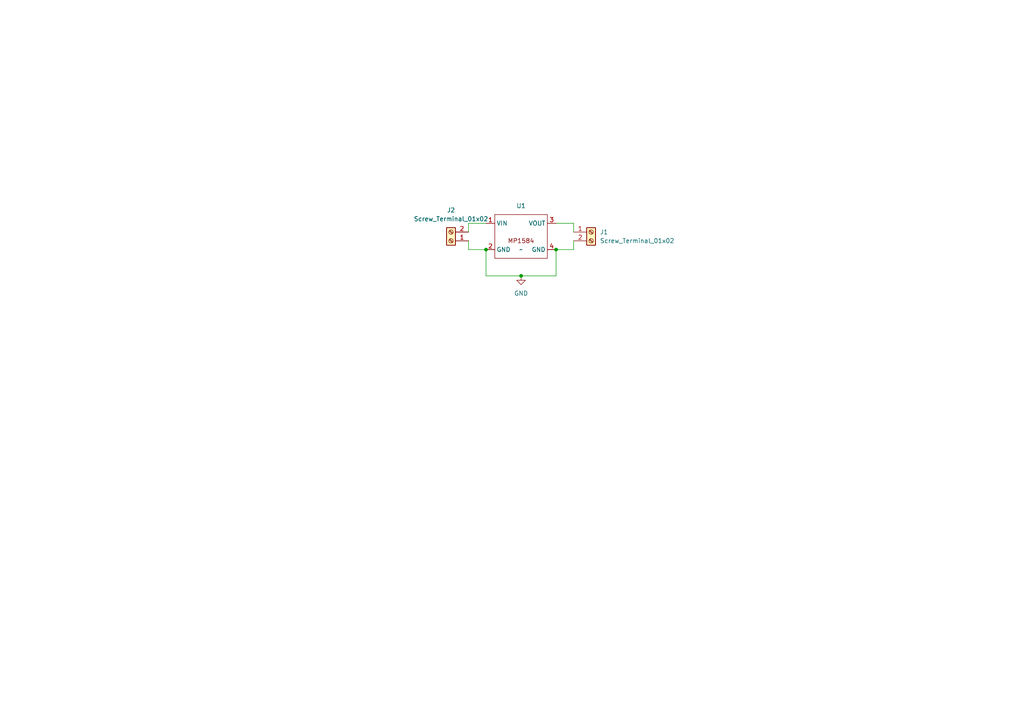
<source format=kicad_sch>
(kicad_sch
	(version 20231120)
	(generator "eeschema")
	(generator_version "8.0")
	(uuid "b5e6715c-cabe-486b-85b1-1c7f48633a7c")
	(paper "A4")
	(lib_symbols
		(symbol "Connector:Screw_Terminal_01x02"
			(pin_names
				(offset 1.016) hide)
			(exclude_from_sim no)
			(in_bom yes)
			(on_board yes)
			(property "Reference" "J"
				(at 0 2.54 0)
				(effects
					(font
						(size 1.27 1.27)
					)
				)
			)
			(property "Value" "Screw_Terminal_01x02"
				(at 0 -5.08 0)
				(effects
					(font
						(size 1.27 1.27)
					)
				)
			)
			(property "Footprint" ""
				(at 0 0 0)
				(effects
					(font
						(size 1.27 1.27)
					)
					(hide yes)
				)
			)
			(property "Datasheet" "~"
				(at 0 0 0)
				(effects
					(font
						(size 1.27 1.27)
					)
					(hide yes)
				)
			)
			(property "Description" "Generic screw terminal, single row, 01x02, script generated (kicad-library-utils/schlib/autogen/connector/)"
				(at 0 0 0)
				(effects
					(font
						(size 1.27 1.27)
					)
					(hide yes)
				)
			)
			(property "ki_keywords" "screw terminal"
				(at 0 0 0)
				(effects
					(font
						(size 1.27 1.27)
					)
					(hide yes)
				)
			)
			(property "ki_fp_filters" "TerminalBlock*:*"
				(at 0 0 0)
				(effects
					(font
						(size 1.27 1.27)
					)
					(hide yes)
				)
			)
			(symbol "Screw_Terminal_01x02_1_1"
				(rectangle
					(start -1.27 1.27)
					(end 1.27 -3.81)
					(stroke
						(width 0.254)
						(type default)
					)
					(fill
						(type background)
					)
				)
				(circle
					(center 0 -2.54)
					(radius 0.635)
					(stroke
						(width 0.1524)
						(type default)
					)
					(fill
						(type none)
					)
				)
				(polyline
					(pts
						(xy -0.5334 -2.2098) (xy 0.3302 -3.048)
					)
					(stroke
						(width 0.1524)
						(type default)
					)
					(fill
						(type none)
					)
				)
				(polyline
					(pts
						(xy -0.5334 0.3302) (xy 0.3302 -0.508)
					)
					(stroke
						(width 0.1524)
						(type default)
					)
					(fill
						(type none)
					)
				)
				(polyline
					(pts
						(xy -0.3556 -2.032) (xy 0.508 -2.8702)
					)
					(stroke
						(width 0.1524)
						(type default)
					)
					(fill
						(type none)
					)
				)
				(polyline
					(pts
						(xy -0.3556 0.508) (xy 0.508 -0.3302)
					)
					(stroke
						(width 0.1524)
						(type default)
					)
					(fill
						(type none)
					)
				)
				(circle
					(center 0 0)
					(radius 0.635)
					(stroke
						(width 0.1524)
						(type default)
					)
					(fill
						(type none)
					)
				)
				(pin passive line
					(at -5.08 0 0)
					(length 3.81)
					(name "Pin_1"
						(effects
							(font
								(size 1.27 1.27)
							)
						)
					)
					(number "1"
						(effects
							(font
								(size 1.27 1.27)
							)
						)
					)
				)
				(pin passive line
					(at -5.08 -2.54 0)
					(length 3.81)
					(name "Pin_2"
						(effects
							(font
								(size 1.27 1.27)
							)
						)
					)
					(number "2"
						(effects
							(font
								(size 1.27 1.27)
							)
						)
					)
				)
			)
		)
		(symbol "Raspberry Pico RP2040-Zero:MP1584"
			(exclude_from_sim no)
			(in_bom yes)
			(on_board yes)
			(property "Reference" "U"
				(at 0 5.08 0)
				(effects
					(font
						(size 1.27 1.27)
					)
				)
			)
			(property "Value" ""
				(at 0 0 0)
				(effects
					(font
						(size 1.27 1.27)
					)
				)
			)
			(property "Footprint" ""
				(at 0 0 0)
				(effects
					(font
						(size 1.27 1.27)
					)
					(hide yes)
				)
			)
			(property "Datasheet" ""
				(at 0 0 0)
				(effects
					(font
						(size 1.27 1.27)
					)
					(hide yes)
				)
			)
			(property "Description" ""
				(at 0 0 0)
				(effects
					(font
						(size 1.27 1.27)
					)
					(hide yes)
				)
			)
			(symbol "MP1584_0_1"
				(rectangle
					(start -7.62 10.16)
					(end 7.62 -2.54)
					(stroke
						(width 0)
						(type default)
					)
					(fill
						(type none)
					)
				)
			)
			(symbol "MP1584_1_1"
				(text "MP1584\n"
					(at 0 2.54 0)
					(effects
						(font
							(size 1.27 1.27)
						)
					)
				)
				(pin input line
					(at -10.16 7.62 0)
					(length 2.54)
					(name "VIN"
						(effects
							(font
								(size 1.27 1.27)
							)
						)
					)
					(number "1"
						(effects
							(font
								(size 1.27 1.27)
							)
						)
					)
				)
				(pin input line
					(at -10.16 0 0)
					(length 2.54)
					(name "GND"
						(effects
							(font
								(size 1.27 1.27)
							)
						)
					)
					(number "2"
						(effects
							(font
								(size 1.27 1.27)
							)
						)
					)
				)
				(pin output line
					(at 10.16 7.62 180)
					(length 2.54)
					(name "VOUT"
						(effects
							(font
								(size 1.27 1.27)
							)
						)
					)
					(number "3"
						(effects
							(font
								(size 1.27 1.27)
							)
						)
					)
				)
				(pin output line
					(at 10.16 0 180)
					(length 2.54)
					(name "GND"
						(effects
							(font
								(size 1.27 1.27)
							)
						)
					)
					(number "4"
						(effects
							(font
								(size 1.27 1.27)
							)
						)
					)
				)
			)
		)
		(symbol "power:GND"
			(power)
			(pin_numbers hide)
			(pin_names
				(offset 0) hide)
			(exclude_from_sim no)
			(in_bom yes)
			(on_board yes)
			(property "Reference" "#PWR"
				(at 0 -6.35 0)
				(effects
					(font
						(size 1.27 1.27)
					)
					(hide yes)
				)
			)
			(property "Value" "GND"
				(at 0 -3.81 0)
				(effects
					(font
						(size 1.27 1.27)
					)
				)
			)
			(property "Footprint" ""
				(at 0 0 0)
				(effects
					(font
						(size 1.27 1.27)
					)
					(hide yes)
				)
			)
			(property "Datasheet" ""
				(at 0 0 0)
				(effects
					(font
						(size 1.27 1.27)
					)
					(hide yes)
				)
			)
			(property "Description" "Power symbol creates a global label with name \"GND\" , ground"
				(at 0 0 0)
				(effects
					(font
						(size 1.27 1.27)
					)
					(hide yes)
				)
			)
			(property "ki_keywords" "global power"
				(at 0 0 0)
				(effects
					(font
						(size 1.27 1.27)
					)
					(hide yes)
				)
			)
			(symbol "GND_0_1"
				(polyline
					(pts
						(xy 0 0) (xy 0 -1.27) (xy 1.27 -1.27) (xy 0 -2.54) (xy -1.27 -1.27) (xy 0 -1.27)
					)
					(stroke
						(width 0)
						(type default)
					)
					(fill
						(type none)
					)
				)
			)
			(symbol "GND_1_1"
				(pin power_in line
					(at 0 0 270)
					(length 0)
					(name "~"
						(effects
							(font
								(size 1.27 1.27)
							)
						)
					)
					(number "1"
						(effects
							(font
								(size 1.27 1.27)
							)
						)
					)
				)
			)
		)
	)
	(junction
		(at 140.97 72.39)
		(diameter 0)
		(color 0 0 0 0)
		(uuid "20affd56-3f9a-4eca-b0fa-ef1b2a6ebee7")
	)
	(junction
		(at 161.29 72.39)
		(diameter 0)
		(color 0 0 0 0)
		(uuid "60403c5e-14e4-491f-8ac6-5b4d9aa87137")
	)
	(junction
		(at 151.13 80.01)
		(diameter 0)
		(color 0 0 0 0)
		(uuid "ba3da3c1-1dc0-455b-b253-2fef0adf4628")
	)
	(wire
		(pts
			(xy 166.37 72.39) (xy 166.37 69.85)
		)
		(stroke
			(width 0)
			(type default)
		)
		(uuid "05e93f01-ab91-42c8-952d-0ac28bbf0227")
	)
	(wire
		(pts
			(xy 135.89 67.31) (xy 135.89 64.77)
		)
		(stroke
			(width 0)
			(type default)
		)
		(uuid "0fbcb542-cd7a-4a7f-b5b5-cefffa8a0a53")
	)
	(wire
		(pts
			(xy 151.13 80.01) (xy 161.29 80.01)
		)
		(stroke
			(width 0)
			(type default)
		)
		(uuid "28c48be8-6050-4892-ba10-8308c01305d9")
	)
	(wire
		(pts
			(xy 135.89 64.77) (xy 140.97 64.77)
		)
		(stroke
			(width 0)
			(type default)
		)
		(uuid "41f9b1b2-6235-4c03-bdb9-58ffbff2ee4b")
	)
	(wire
		(pts
			(xy 166.37 64.77) (xy 166.37 67.31)
		)
		(stroke
			(width 0)
			(type default)
		)
		(uuid "6583f1b4-43aa-452c-a5d8-2c8b4b2cd632")
	)
	(wire
		(pts
			(xy 135.89 69.85) (xy 135.89 72.39)
		)
		(stroke
			(width 0)
			(type default)
		)
		(uuid "71978150-a3f3-432d-b26e-4b53f99a45a6")
	)
	(wire
		(pts
			(xy 161.29 80.01) (xy 161.29 72.39)
		)
		(stroke
			(width 0)
			(type default)
		)
		(uuid "84c789ee-369b-4dcb-b5c1-2809671f7d12")
	)
	(wire
		(pts
			(xy 135.89 72.39) (xy 140.97 72.39)
		)
		(stroke
			(width 0)
			(type default)
		)
		(uuid "8a1fb98c-16b8-4ff4-b277-0c956fad905d")
	)
	(wire
		(pts
			(xy 161.29 72.39) (xy 166.37 72.39)
		)
		(stroke
			(width 0)
			(type default)
		)
		(uuid "bc10f151-190c-4f5c-8132-6348ef6581ae")
	)
	(wire
		(pts
			(xy 140.97 80.01) (xy 151.13 80.01)
		)
		(stroke
			(width 0)
			(type default)
		)
		(uuid "d2e1b3ff-fbb5-4eed-9dad-d3e4f4177cbb")
	)
	(wire
		(pts
			(xy 140.97 80.01) (xy 140.97 72.39)
		)
		(stroke
			(width 0)
			(type default)
		)
		(uuid "d47b8508-5233-45ff-aa8e-f965d8b9f90f")
	)
	(wire
		(pts
			(xy 161.29 64.77) (xy 166.37 64.77)
		)
		(stroke
			(width 0)
			(type default)
		)
		(uuid "e5e3cb8a-2b2c-44c2-92a7-8f972cc0bed9")
	)
	(symbol
		(lib_id "Connector:Screw_Terminal_01x02")
		(at 171.45 67.31 0)
		(unit 1)
		(exclude_from_sim no)
		(in_bom yes)
		(on_board yes)
		(dnp no)
		(fields_autoplaced yes)
		(uuid "8b8c168c-d4f5-462d-ad67-fccb2acb511a")
		(property "Reference" "J1"
			(at 173.99 67.3099 0)
			(effects
				(font
					(size 1.27 1.27)
				)
				(justify left)
			)
		)
		(property "Value" "Screw_Terminal_01x02"
			(at 173.99 69.8499 0)
			(effects
				(font
					(size 1.27 1.27)
				)
				(justify left)
			)
		)
		(property "Footprint" "TerminalBlock_4Ucon:TerminalBlock_4Ucon_1x02_P3.50mm_Horizontal"
			(at 171.45 67.31 0)
			(effects
				(font
					(size 1.27 1.27)
				)
				(hide yes)
			)
		)
		(property "Datasheet" "~"
			(at 171.45 67.31 0)
			(effects
				(font
					(size 1.27 1.27)
				)
				(hide yes)
			)
		)
		(property "Description" "Generic screw terminal, single row, 01x02, script generated (kicad-library-utils/schlib/autogen/connector/)"
			(at 171.45 67.31 0)
			(effects
				(font
					(size 1.27 1.27)
				)
				(hide yes)
			)
		)
		(pin "2"
			(uuid "5393a887-36dd-47d0-af62-fae9c120ac4b")
		)
		(pin "1"
			(uuid "0f7afb70-526d-4c87-a575-caaaecdc18eb")
		)
		(instances
			(project ""
				(path "/b5e6715c-cabe-486b-85b1-1c7f48633a7c"
					(reference "J1")
					(unit 1)
				)
			)
		)
	)
	(symbol
		(lib_id "Raspberry Pico RP2040-Zero:MP1584")
		(at 151.13 72.39 0)
		(unit 1)
		(exclude_from_sim no)
		(in_bom yes)
		(on_board yes)
		(dnp no)
		(fields_autoplaced yes)
		(uuid "8b9675b6-cb93-4af0-abf4-8e3daa5dd59a")
		(property "Reference" "U1"
			(at 151.13 59.69 0)
			(effects
				(font
					(size 1.27 1.27)
				)
			)
		)
		(property "Value" "~"
			(at 151.13 72.39 0)
			(effects
				(font
					(size 1.27 1.27)
				)
			)
		)
		(property "Footprint" "RP2040-Zero:LM2596"
			(at 151.13 72.39 0)
			(effects
				(font
					(size 1.27 1.27)
				)
				(hide yes)
			)
		)
		(property "Datasheet" ""
			(at 151.13 72.39 0)
			(effects
				(font
					(size 1.27 1.27)
				)
				(hide yes)
			)
		)
		(property "Description" ""
			(at 151.13 72.39 0)
			(effects
				(font
					(size 1.27 1.27)
				)
				(hide yes)
			)
		)
		(pin "1"
			(uuid "3508c71a-6020-4480-8760-3f9e75e4222f")
		)
		(pin "2"
			(uuid "3165da30-bcd0-4ea5-9857-ba1b9d410864")
		)
		(pin "3"
			(uuid "2febe79a-1b75-4517-aa22-ea465bfb5916")
		)
		(pin "4"
			(uuid "623e14a8-75fa-4e1d-b879-86b0b7509394")
		)
		(instances
			(project "Placa de Conexión."
				(path "/b5e6715c-cabe-486b-85b1-1c7f48633a7c"
					(reference "U1")
					(unit 1)
				)
			)
		)
	)
	(symbol
		(lib_id "Connector:Screw_Terminal_01x02")
		(at 130.81 69.85 180)
		(unit 1)
		(exclude_from_sim no)
		(in_bom yes)
		(on_board yes)
		(dnp no)
		(fields_autoplaced yes)
		(uuid "97329d66-e509-40a0-bcb4-e1d3b23d2b5b")
		(property "Reference" "J2"
			(at 130.81 60.96 0)
			(effects
				(font
					(size 1.27 1.27)
				)
			)
		)
		(property "Value" "Screw_Terminal_01x02"
			(at 130.81 63.5 0)
			(effects
				(font
					(size 1.27 1.27)
				)
			)
		)
		(property "Footprint" "TerminalBlock_4Ucon:TerminalBlock_4Ucon_1x02_P3.50mm_Horizontal"
			(at 130.81 69.85 0)
			(effects
				(font
					(size 1.27 1.27)
				)
				(hide yes)
			)
		)
		(property "Datasheet" "~"
			(at 130.81 69.85 0)
			(effects
				(font
					(size 1.27 1.27)
				)
				(hide yes)
			)
		)
		(property "Description" "Generic screw terminal, single row, 01x02, script generated (kicad-library-utils/schlib/autogen/connector/)"
			(at 130.81 69.85 0)
			(effects
				(font
					(size 1.27 1.27)
				)
				(hide yes)
			)
		)
		(pin "2"
			(uuid "9a249b29-dd77-417c-a922-d5fc86a39a59")
		)
		(pin "1"
			(uuid "83b65551-e337-405b-b106-50ef8c82adbf")
		)
		(instances
			(project "Placa de Conexión."
				(path "/b5e6715c-cabe-486b-85b1-1c7f48633a7c"
					(reference "J2")
					(unit 1)
				)
			)
		)
	)
	(symbol
		(lib_id "power:GND")
		(at 151.13 80.01 0)
		(unit 1)
		(exclude_from_sim no)
		(in_bom yes)
		(on_board yes)
		(dnp no)
		(fields_autoplaced yes)
		(uuid "bbd7a4ac-5163-4d25-ae24-41eacd462c6a")
		(property "Reference" "#PWR01"
			(at 151.13 86.36 0)
			(effects
				(font
					(size 1.27 1.27)
				)
				(hide yes)
			)
		)
		(property "Value" "GND"
			(at 151.13 85.09 0)
			(effects
				(font
					(size 1.27 1.27)
				)
			)
		)
		(property "Footprint" ""
			(at 151.13 80.01 0)
			(effects
				(font
					(size 1.27 1.27)
				)
				(hide yes)
			)
		)
		(property "Datasheet" ""
			(at 151.13 80.01 0)
			(effects
				(font
					(size 1.27 1.27)
				)
				(hide yes)
			)
		)
		(property "Description" "Power symbol creates a global label with name \"GND\" , ground"
			(at 151.13 80.01 0)
			(effects
				(font
					(size 1.27 1.27)
				)
				(hide yes)
			)
		)
		(pin "1"
			(uuid "eb3618dc-ac67-4841-a767-29ae7dcd3d4d")
		)
		(instances
			(project ""
				(path "/b5e6715c-cabe-486b-85b1-1c7f48633a7c"
					(reference "#PWR01")
					(unit 1)
				)
			)
		)
	)
	(sheet_instances
		(path "/"
			(page "1")
		)
	)
)

</source>
